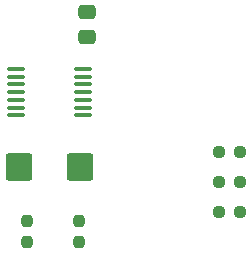
<source format=gtp>
G04 #@! TF.GenerationSoftware,KiCad,Pcbnew,7.0.2*
G04 #@! TF.CreationDate,2023-04-27T12:09:37-07:00*
G04 #@! TF.ProjectId,Flamingo Nano 33 BLE Rev 2,466c616d-696e-4676-9f20-4e616e6f2033,rev?*
G04 #@! TF.SameCoordinates,Original*
G04 #@! TF.FileFunction,Paste,Top*
G04 #@! TF.FilePolarity,Positive*
%FSLAX46Y46*%
G04 Gerber Fmt 4.6, Leading zero omitted, Abs format (unit mm)*
G04 Created by KiCad (PCBNEW 7.0.2) date 2023-04-27 12:09:37*
%MOMM*%
%LPD*%
G01*
G04 APERTURE LIST*
G04 Aperture macros list*
%AMRoundRect*
0 Rectangle with rounded corners*
0 $1 Rounding radius*
0 $2 $3 $4 $5 $6 $7 $8 $9 X,Y pos of 4 corners*
0 Add a 4 corners polygon primitive as box body*
4,1,4,$2,$3,$4,$5,$6,$7,$8,$9,$2,$3,0*
0 Add four circle primitives for the rounded corners*
1,1,$1+$1,$2,$3*
1,1,$1+$1,$4,$5*
1,1,$1+$1,$6,$7*
1,1,$1+$1,$8,$9*
0 Add four rect primitives between the rounded corners*
20,1,$1+$1,$2,$3,$4,$5,0*
20,1,$1+$1,$4,$5,$6,$7,0*
20,1,$1+$1,$6,$7,$8,$9,0*
20,1,$1+$1,$8,$9,$2,$3,0*%
G04 Aperture macros list end*
%ADD10RoundRect,0.237500X0.250000X0.237500X-0.250000X0.237500X-0.250000X-0.237500X0.250000X-0.237500X0*%
%ADD11RoundRect,0.237500X-0.237500X0.250000X-0.237500X-0.250000X0.237500X-0.250000X0.237500X0.250000X0*%
%ADD12RoundRect,0.250000X-0.875000X-0.925000X0.875000X-0.925000X0.875000X0.925000X-0.875000X0.925000X0*%
%ADD13RoundRect,0.250000X-0.475000X0.337500X-0.475000X-0.337500X0.475000X-0.337500X0.475000X0.337500X0*%
%ADD14RoundRect,0.100000X0.637500X0.100000X-0.637500X0.100000X-0.637500X-0.100000X0.637500X-0.100000X0*%
G04 APERTURE END LIST*
D10*
G04 #@! TO.C,R3*
X102512500Y-67310000D03*
X100687500Y-67310000D03*
G04 #@! TD*
D11*
G04 #@! TO.C,R4*
X84455000Y-73105000D03*
X84455000Y-74930000D03*
G04 #@! TD*
D12*
G04 #@! TO.C,C2*
X83810000Y-68580000D03*
X88910000Y-68580000D03*
G04 #@! TD*
D11*
G04 #@! TO.C,R5*
X88900000Y-73105000D03*
X88900000Y-74930000D03*
G04 #@! TD*
D10*
G04 #@! TO.C,R2*
X102512500Y-69850000D03*
X100687500Y-69850000D03*
G04 #@! TD*
G04 #@! TO.C,R1*
X102512500Y-72390000D03*
X100687500Y-72390000D03*
G04 #@! TD*
D13*
G04 #@! TO.C,C1*
X89535000Y-55477500D03*
X89535000Y-57552500D03*
G04 #@! TD*
D14*
G04 #@! TO.C,U1*
X89222500Y-64180000D03*
X89222500Y-63530000D03*
X89222500Y-62880000D03*
X89222500Y-62230000D03*
X89222500Y-61580000D03*
X89222500Y-60930000D03*
X89222500Y-60280000D03*
X83497500Y-60280000D03*
X83497500Y-60930000D03*
X83497500Y-61580000D03*
X83497500Y-62230000D03*
X83497500Y-62880000D03*
X83497500Y-63530000D03*
X83497500Y-64180000D03*
G04 #@! TD*
M02*

</source>
